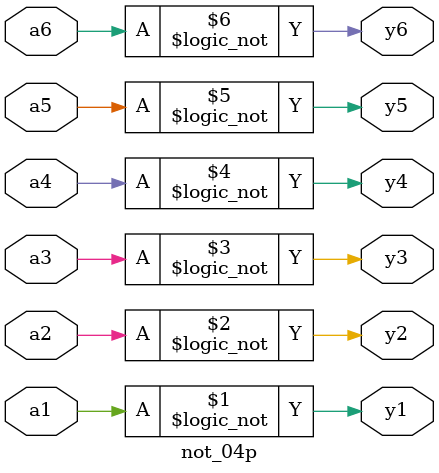
<source format=v>
module not_04p (
    input a1,
    output y1,

    input a2,
    output y2,

    input a3,
    output y3,

    input a4,
    output y4,

    input a5,
    output y5,

    input a6,
    output y6);

    assign y1 = !a1;
    assign y2 = !a2;
    assign y3 = !a3;
    assign y4 = !a4;
    assign y5 = !a5;
    assign y6 = !a6;

    /* Instantiation:
    not_04p new_instance (
        .a1(),
        .y1(),

        .a2(),
        .y2(),

        .a3(),
        .y3(),

        .a4(),
        .y4(),

        .a5(),
        .y5(),

        .a6(),
        .y6()
    );
    */
endmodule

</source>
